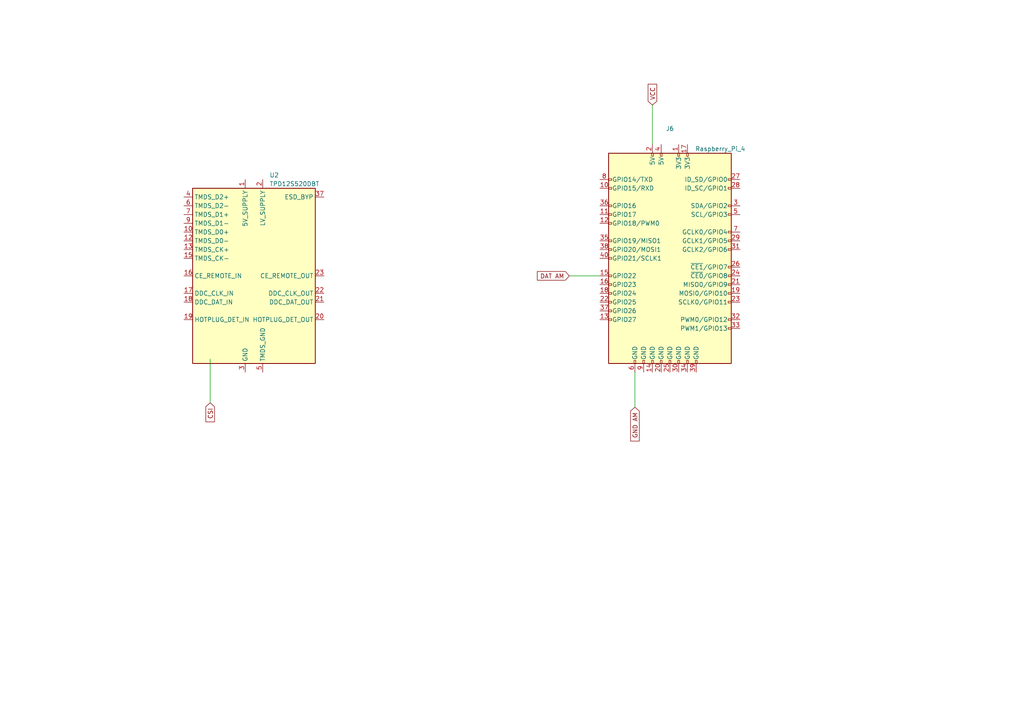
<source format=kicad_sch>
(kicad_sch (version 20230121) (generator eeschema)
  (paper "A4")
  (lib_symbols
    (symbol "Connector:Raspberry_Pi_2_3" (pin_names (offset 1.016))
      (property "Reference" "J" (at -17.78 31.75 0))
      (property "Value" "Raspberry_Pi_2_3" (at 10.16 -31.75 0))
      (symbol "Raspberry_Pi_2_3_0_1"
        (rectangle (start -17.78 30.48) (end 17.78 -30.48) (stroke (width 0.254)) (fill (type background)))
      )
      (symbol "Raspberry_Pi_2_3_1_1"
        (rectangle (start -16.891 -17.526) (end -17.78 -18.034))
        (rectangle (start -16.891 -14.986) (end -17.78 -15.494))
        (rectangle (start -16.891 -12.446) (end -17.78 -12.954))
        (rectangle (start -16.891 -9.906) (end -17.78 -10.414))
        (rectangle (start -16.891 -7.366) (end -17.78 -7.874))
        (rectangle (start -16.891 -4.826) (end -17.78 -5.334))
        (rectangle (start -16.891 0.254) (end -17.78 -0.254))
        (rectangle (start -16.891 2.794) (end -17.78 2.286))
        (rectangle (start -16.891 5.334) (end -17.78 4.826))
        (rectangle (start -16.891 10.414) (end -17.78 9.906))
        (rectangle (start -16.891 12.954) (end -17.78 12.446))
        (rectangle (start -16.891 15.494) (end -17.78 14.986))
        (rectangle (start -16.891 20.574) (end -17.78 20.066))
        (rectangle (start -16.891 23.114) (end -17.78 22.606))
        (rectangle (start -10.414 -29.591) (end -9.906 -30.48))
        (rectangle (start -7.874 -29.591) (end -7.366 -30.48))
        (rectangle (start -5.334 -29.591) (end -4.826 -30.48))
        (rectangle (start -5.334 30.48) (end -4.826 29.591))
        (rectangle (start -2.794 -29.591) (end -2.286 -30.48))
        (rectangle (start -2.794 30.48) (end -2.286 29.591))
        (rectangle (start -0.254 -29.591) (end 0.254 -30.48))
        (rectangle (start 2.286 -29.591) (end 2.794 -30.48))
        (rectangle (start 2.286 30.48) (end 2.794 29.591))
        (rectangle (start 4.826 -29.591) (end 5.334 -30.48))
        (rectangle (start 4.826 30.48) (end 5.334 29.591))
        (rectangle (start 7.366 -29.591) (end 7.874 -30.48))
        (rectangle (start 17.78 -20.066) (end 16.891 -20.574))
        (rectangle (start 17.78 -17.526) (end 16.891 -18.034))
        (rectangle (start 17.78 -12.446) (end 16.891 -12.954))
        (rectangle (start 17.78 -9.906) (end 16.891 -10.414))
        (rectangle (start 17.78 -7.366) (end 16.891 -7.874))
        (rectangle (start 17.78 -4.826) (end 16.891 -5.334))
        (rectangle (start 17.78 -2.286) (end 16.891 -2.794))
        (rectangle (start 17.78 2.794) (end 16.891 2.286))
        (rectangle (start 17.78 5.334) (end 16.891 4.826))
        (rectangle (start 17.78 7.874) (end 16.891 7.366))
        (rectangle (start 17.78 12.954) (end 16.891 12.446))
        (rectangle (start 17.78 15.494) (end 16.891 14.986))
        (rectangle (start 17.78 20.574) (end 16.891 20.066))
        (rectangle (start 17.78 23.114) (end 16.891 22.606))
        (pin power_in line (at 2.54 33.02 270) (length 2.54) (name "3V3") (number "1"))
        (pin bidirectional line (at -20.32 20.32 0) (length 2.54) (name "GPIO15/RXD") (number "10"))
        (pin bidirectional line (at -20.32 12.7 0) (length 2.54) (name "GPIO17") (number "11"))
        (pin bidirectional line (at -20.32 10.16 0) (length 2.54) (name "GPIO18/PWM0") (number "12"))
        (pin bidirectional line (at -20.32 -17.78 0) (length 2.54) (name "GPIO27") (number "13"))
        (pin power_in line (at -5.08 -33.02 90) (length 2.54) (name "GND") (number "14"))
        (pin bidirectional line (at -20.32 -5.08 0) (length 2.54) (name "GPIO22") (number "15"))
        (pin bidirectional line (at -20.32 -7.62 0) (length 2.54) (name "GPIO23") (number "16"))
        (pin power_in line (at 5.08 33.02 270) (length 2.54) (name "3V3") (number "17"))
        (pin bidirectional line (at -20.32 -10.16 0) (length 2.54) (name "GPIO24") (number "18"))
        (pin bidirectional line (at 20.32 -10.16 180) (length 2.54) (name "MOSI0/GPIO10") (number "19"))
        (pin power_in line (at -5.08 33.02 270) (length 2.54) (name "5V") (number "2"))
        (pin power_in line (at -2.54 -33.02 90) (length 2.54) (name "GND") (number "20"))
        (pin bidirectional line (at 20.32 -7.62 180) (length 2.54) (name "MISO0/GPIO9") (number "21"))
        (pin bidirectional line (at -20.32 -12.7 0) (length 2.54) (name "GPIO25") (number "22"))
        (pin bidirectional line (at 20.32 -12.7 180) (length 2.54) (name "SCLK0/GPIO11") (number "23"))
        (pin bidirectional line (at 20.32 -5.08 180) (length 2.54) (name "~{CE0}/GPIO8") (number "24"))
        (pin power_in line (at 0 -33.02 90) (length 2.54) (name "GND") (number "25"))
        (pin bidirectional line (at 20.32 -2.54 180) (length 2.54) (name "~{CE1}/GPIO7") (number "26"))
        (pin bidirectional line (at 20.32 22.86 180) (length 2.54) (name "ID_SD/GPIO0") (number "27"))
        (pin bidirectional line (at 20.32 20.32 180) (length 2.54) (name "ID_SC/GPIO1") (number "28"))
        (pin bidirectional line (at 20.32 5.08 180) (length 2.54) (name "GCLK1/GPIO5") (number "29"))
        (pin bidirectional line (at 20.32 15.24 180) (length 2.54) (name "SDA/GPIO2") (number "3"))
        (pin power_in line (at 2.54 -33.02 90) (length 2.54) (name "GND") (number "30"))
        (pin bidirectional line (at 20.32 2.54 180) (length 2.54) (name "GCLK2/GPIO6") (number "31"))
        (pin bidirectional line (at 20.32 -17.78 180) (length 2.54) (name "PWM0/GPIO12") (number "32"))
        (pin bidirectional line (at 20.32 -20.32 180) (length 2.54) (name "PWM1/GPIO13") (number "33"))
        (pin power_in line (at 5.08 -33.02 90) (length 2.54) (name "GND") (number "34"))
        (pin bidirectional line (at -20.32 5.08 0) (length 2.54) (name "GPIO19/MISO1") (number "35"))
        (pin bidirectional line (at -20.32 15.24 0) (length 2.54) (name "GPIO16") (number "36"))
        (pin bidirectional line (at -20.32 -15.24 0) (length 2.54) (name "GPIO26") (number "37"))
        (pin bidirectional line (at -20.32 2.54 0) (length 2.54) (name "GPIO20/MOSI1") (number "38"))
        (pin power_in line (at 7.62 -33.02 90) (length 2.54) (name "GND") (number "39"))
        (pin power_in line (at -2.54 33.02 270) (length 2.54) (name "5V") (number "4"))
        (pin bidirectional line (at -20.32 0 0) (length 2.54) (name "GPIO21/SCLK1") (number "40"))
        (pin bidirectional line (at 20.32 12.7 180) (length 2.54) (name "SCL/GPIO3") (number "5"))
        (pin power_in line (at -10.16 -33.02 90) (length 2.54) (name "GND") (number "6"))
        (pin bidirectional line (at 20.32 7.62 180) (length 2.54) (name "GCLK0/GPIO4") (number "7"))
        (pin bidirectional line (at -20.32 22.86 0) (length 2.54) (name "GPIO14/TXD") (number "8"))
        (pin power_in line (at -7.62 -33.02 90) (length 2.54) (name "GND") (number "9"))
      )
    )
    (symbol "Interface_HDMI:TPD12S520DBT"
      (property "Reference" "U" (at -17.78 26.67 0))
      (property "Value" "TPD12S520DBT" (at 17.78 26.67 0))
      (symbol "TPD12S520DBT_0_1"
        (rectangle (start -17.78 25.4) (end 17.78 -25.4) (stroke (width 0.254)) (fill (type background)))
      )
      (symbol "TPD12S520DBT_1_1"
        (pin power_in line (at -2.54 27.94 270) (length 2.54) (name "5V_SUPPLY") (number "1"))
        (pin passive line (at -20.32 12.7 0) (length 2.54) (name "TMDS_D0+") (number "10"))
        (pin passive line (at 2.54 -27.94 90) (length 2.54) hide (name "TMDS_GND") (number "11"))
        (pin passive line (at -20.32 10.16 0) (length 2.54) (name "TMDS_D0-") (number "12"))
        (pin passive line (at -20.32 7.62 0) (length 2.54) (name "TMDS_CK+") (number "13"))
        (pin passive line (at 2.54 -27.94 90) (length 2.54) hide (name "TMDS_GND") (number "14"))
        (pin passive line (at -20.32 5.08 0) (length 2.54) (name "TMDS_CK-") (number "15"))
        (pin bidirectional line (at -20.32 0 0) (length 2.54) (name "CE_REMOTE_IN") (number "16"))
        (pin bidirectional line (at -20.32 -5.08 0) (length 2.54) (name "DDC_CLK_IN") (number "17"))
        (pin bidirectional line (at -20.32 -7.62 0) (length 2.54) (name "DDC_DAT_IN") (number "18"))
        (pin bidirectional line (at -20.32 -12.7 0) (length 2.54) (name "HOTPLUG_DET_IN") (number "19"))
        (pin power_in line (at 2.54 27.94 270) (length 2.54) (name "LV_SUPPLY") (number "2"))
        (pin bidirectional line (at 20.32 -12.7 180) (length 2.54) (name "HOTPLUG_DET_OUT") (number "20"))
        (pin bidirectional line (at 20.32 -7.62 180) (length 2.54) (name "DDC_DAT_OUT") (number "21"))
        (pin bidirectional line (at 20.32 -5.08 180) (length 2.54) (name "DDC_CLK_OUT") (number "22"))
        (pin bidirectional line (at 20.32 0 180) (length 2.54) (name "CE_REMOTE_OUT") (number "23"))
        (pin passive line (at -20.32 5.08 0) (length 2.54) hide (name "TMDS_CK-") (number "24"))
        (pin passive line (at 2.54 -27.94 90) (length 2.54) hide (name "TMDS_GND") (number "25"))
        (pin passive line (at -20.32 7.62 0) (length 2.54) hide (name "TMDS_CK+") (number "26"))
        (pin passive line (at -20.32 10.16 0) (length 2.54) hide (name "TMDS_D0-") (number "27"))
        (pin passive line (at 2.54 -27.94 90) (length 2.54) hide (name "TMDS_GND") (number "28"))
        (pin passive line (at -20.32 12.7 0) (length 2.54) hide (name "TMDS_D0+") (number "29"))
        (pin power_in line (at -2.54 -27.94 90) (length 2.54) (name "GND") (number "3"))
        (pin passive line (at -20.32 15.24 0) (length 2.54) hide (name "TMDS_D1-") (number "30"))
        (pin passive line (at 2.54 -27.94 90) (length 2.54) hide (name "TMDS_GND") (number "31"))
        (pin passive line (at -20.32 17.78 0) (length 2.54) hide (name "TMDS_D1+") (number "32"))
        (pin passive line (at -20.32 20.32 0) (length 2.54) hide (name "TMDS_D2-") (number "33"))
        (pin passive line (at 2.54 -27.94 90) (length 2.54) hide (name "TMDS_GND") (number "34"))
        (pin passive line (at -20.32 22.86 0) (length 2.54) hide (name "TMDS_D2+") (number "35"))
        (pin passive line (at -2.54 -27.94 90) (length 2.54) hide (name "GND") (number "36"))
        (pin passive line (at 20.32 22.86 180) (length 2.54) (name "ESD_BYP") (number "37"))
        (pin no_connect line (at 17.78 20.32 180) (length 2.54) hide (name "NC") (number "38"))
        (pin passive line (at -20.32 22.86 0) (length 2.54) (name "TMDS_D2+") (number "4"))
        (pin passive line (at 2.54 -27.94 90) (length 2.54) (name "TMDS_GND") (number "5"))
        (pin passive line (at -20.32 20.32 0) (length 2.54) (name "TMDS_D2-") (number "6"))
        (pin passive line (at -20.32 17.78 0) (length 2.54) (name "TMDS_D1+") (number "7"))
        (pin passive line (at 2.54 -27.94 90) (length 2.54) hide (name "TMDS_GND") (number "8"))
        (pin passive line (at -20.32 15.24 0) (length 2.54) (name "TMDS_D1-") (number "9"))
      )
    )
  )
  (wire (pts (xy 189.23 30.48) (xy 189.23 41.91)))
  (wire (pts (xy 60.96 104.14) (xy 60.96 116.84)))
  (wire (pts (xy 165.1 80.01) (xy 173.99 80.01)))
  (wire (pts (xy 184.15 107.95) (xy 184.15 118.11)))
  (global_label "CSI" (shape input) (at 60.96 116.84 270) (property "Intersheetrefs" "${INTERSHEET_REFS}" (effects hide)))
  (global_label "GND AM" (shape input) (at 184.15 118.11 270) (property "Intersheetrefs" "${INTERSHEET_REFS}" (effects hide)))
  (global_label "DAT AM" (shape input) (at 165.1 80.01 180) (property "Intersheetrefs" "${INTERSHEET_REFS}" (effects hide)))
  (global_label "VCC" (shape input) (at 189.23 30.48 90) (property "Intersheetrefs" "${INTERSHEET_REFS}" (effects hide)))
  (symbol (lib_id "Connector:Raspberry_Pi_2_3") (at 194.31 74.93 0) (unit 1)
    (property "Reference" "J6" (at 194.31 37.3126 0))
    (property "Value" "Raspberry_Pi_4" (at 208.915 43.18 0))
    (property "Footprint" "Connector_PinSocket_2.54mm:PinSocket_2x20_P2.54mm_Horizontal" (effects hide))
    (property "Datasheet" "https://www.raspberrypi.org/documentation/hardware/raspberrypi/schematics/rpi_SCH_3bplus_1p0_reduced.pdf" (effects hide))
    (property "MPN" "FH412-2*20P 0.8U" (effects hide))
    (property "Description" "2X20 PIN 2.54MM DOUBLE ROW RIGHT ANGLE FEMALE PIN HEADER" (effects hide))
    (property "Link" "https://www.taydaelectronics.com/connectors-sockets/2x20-pin-2-54mm-dounle-row-right-angle-female-pin-header.html" (effects hide))
    (instances (project "SJ-201-R6" (path "" (reference "J6") (unit 1))) (project "power_monitor" (path "" (reference "J8") (unit 1))))
  )
  (symbol (lib_id "Interface_HDMI:TPD12S520DBT") (at 73.66 80.01 0) (unit 1)
    (property "Reference" "U2" (at 78.1559 50.8 0) (effects (justify left)))
    (property "Value" "TPD12S520DBT" (at 78.1559 53.34 0) (effects (justify left)))
    (property "Footprint" "Package_SO:TSSOP-38_4.4x9.7mm_P0.5mm" (effects hide))
    (property "Datasheet" "http://www.ti.com/lit/ds/symlink/tpd12s520.pdf" (effects hide))
  )
)
</source>
